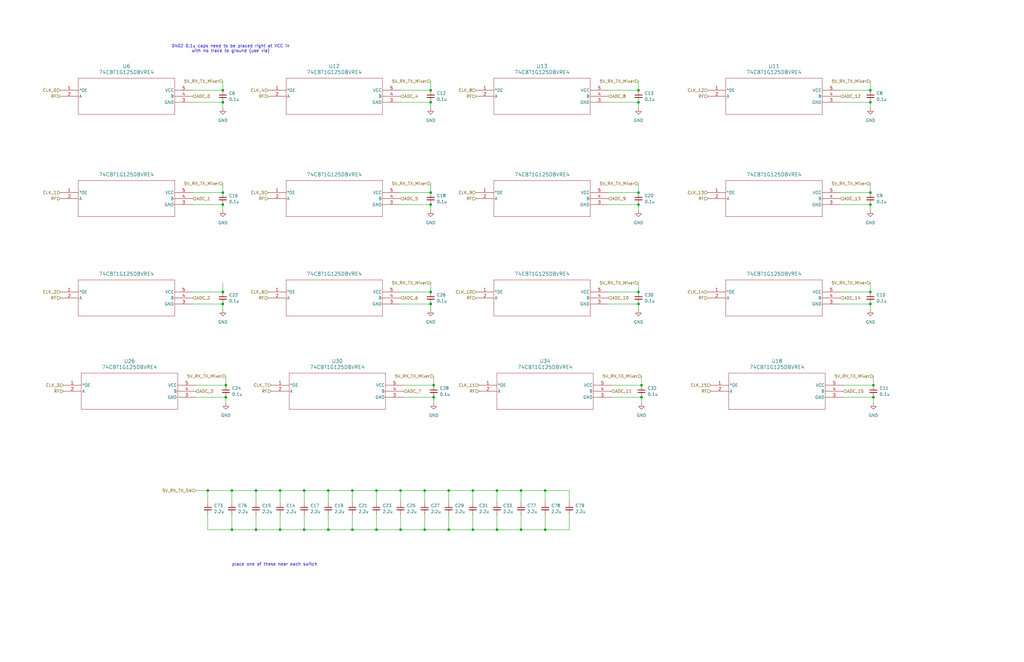
<source format=kicad_sch>
(kicad_sch (version 20250114) (generator "eeschema") (generator_version "9.0")
  (paper "B")
  (title_block (title "Rx Mixers") (date "2025-12-31") (rev "0.0") (company "Andy McCann KA3KAF and Doug McCann KA3KAG"))
  (lib_symbols
    (symbol "Device:C_Small" (pin_numbers (hide yes)) (pin_names (offset 0.254) (hide yes))
      (property "Reference" "C" (at 0.254 1.778 0))
      (property "Value" "C_Small" (at 0.254 -2.032 0))
      (symbol "C_Small_0_1"
        (polyline (pts (xy -1.524 0.508) (xy 1.524 0.508)) (stroke (width 0.3048)))
        (polyline (pts (xy -1.524 -0.508) (xy 1.524 -0.508)) (stroke (width 0.3302)))
      )
      (symbol "C_Small_1_1"
        (pin passive line (at 0 2.54 270) (length 2.032) (name "~") (number "1"))
        (pin passive line (at 0 -2.54 90) (length 2.032) (name "~") (number "2"))
      )
    )
    (symbol "SN74CBT1G125:74CBT1G125DBVRE4" (pin_names (offset 0.254))
      (property "Reference" "U" (at 27.94 10.16 0))
      (property "Value" "74CBT1G125DBVRE4" (at 27.94 7.62 0))
      (symbol "74CBT1G125DBVRE4_0_1"
        (polyline (pts (xy 7.62 5.08) (xy 7.62 -10.16)) (stroke (width 0.127)))
        (polyline (pts (xy 7.62 -10.16) (xy 48.26 -10.16)) (stroke (width 0.127)))
        (polyline (pts (xy 48.26 5.08) (xy 7.62 5.08)) (stroke (width 0.127)))
        (polyline (pts (xy 48.26 -10.16) (xy 48.26 5.08)) (stroke (width 0.127)))
        (pin input line (at 0 0 0) (length 7.62) (name "*OE") (number "1"))
        (pin input line (at 0 -2.54 0) (length 7.62) (name "A") (number "2"))
        (pin power_in line (at 55.88 0 180) (length 7.62) (name "VCC") (number "5"))
        (pin input line (at 55.88 -2.54 180) (length 7.62) (name "B") (number "4"))
        (pin power_in line (at 55.88 -5.08 180) (length 7.62) (name "GND") (number "3"))
      )
    )
    (symbol "power:GND" (power) (pin_numbers (hide yes)) (pin_names (offset 0) (hide yes))
      (property "Value" "GND" (at 0 -3.81 0))
      (symbol "GND_0_1"
        (polyline (pts (xy 0 0) (xy 0 -1.27) (xy 1.27 -1.27) (xy 0 -2.54) (xy -1.27 -1.27) (xy 0 -1.27)))
      )
      (symbol "GND_1_1"
        (pin power_in line (at 0 0 270) (length 0) (name "~") (number "1"))
      )
    )
  )
  (text "place one of these near each switch" (at 115.824 238.252 0) (effects (font (size 1.27 1.27))))
  (text "0402 0.1u caps need to be placed right at VCC in\nwith no trace to ground (use via)" (at 97.282 20.574 0) (effects (font (size 1.27 1.27))))
  (junction (at 93.98 128.27))
  (junction (at 168.91 223.52))
  (junction (at 269.24 43.18))
  (junction (at 368.3 162.56))
  (junction (at 97.79 207.01))
  (junction (at 181.61 86.36))
  (junction (at 158.75 223.52))
  (junction (at 168.91 207.01))
  (junction (at 87.63 207.01))
  (junction (at 118.11 207.01))
  (junction (at 107.95 223.52))
  (junction (at 128.27 223.52))
  (junction (at 181.61 38.1))
  (junction (at 158.75 207.01))
  (junction (at 107.95 207.01))
  (junction (at 219.71 223.52))
  (junction (at 367.03 128.27))
  (junction (at 270.51 162.56))
  (junction (at 95.25 167.64))
  (junction (at 189.23 223.52))
  (junction (at 148.59 223.52))
  (junction (at 229.87 207.01))
  (junction (at 269.24 123.19))
  (junction (at 179.07 207.01))
  (junction (at 181.61 43.18))
  (junction (at 270.51 167.64))
  (junction (at 367.03 123.19))
  (junction (at 189.23 207.01))
  (junction (at 93.98 43.18))
  (junction (at 269.24 128.27))
  (junction (at 93.98 38.1))
  (junction (at 181.61 128.27))
  (junction (at 182.88 162.56))
  (junction (at 199.39 207.01))
  (junction (at 209.55 207.01))
  (junction (at 209.55 223.52))
  (junction (at 93.98 123.19))
  (junction (at 199.39 223.52))
  (junction (at 118.11 223.52))
  (junction (at 93.98 86.36))
  (junction (at 148.59 207.01))
  (junction (at 368.3 167.64))
  (junction (at 93.98 81.28))
  (junction (at 179.07 223.52))
  (junction (at 367.03 81.28))
  (junction (at 269.24 38.1))
  (junction (at 138.43 207.01))
  (junction (at 128.27 207.01))
  (junction (at 138.43 223.52))
  (junction (at 219.71 207.01))
  (junction (at 181.61 123.19))
  (junction (at 97.79 223.52))
  (junction (at 269.24 81.28))
  (junction (at 367.03 86.36))
  (junction (at 269.24 86.36))
  (junction (at 229.87 223.52))
  (junction (at 182.88 167.64))
  (junction (at 367.03 43.18))
  (junction (at 367.03 38.1))
  (junction (at 181.61 81.28))
  (junction (at 95.25 162.56))
  (wire (pts (xy 209.55 217.17) (xy 209.55 223.52)))
  (wire (pts (xy 199.39 207.01) (xy 199.39 212.09)))
  (wire (pts (xy 93.98 38.1) (xy 93.98 34.29)))
  (wire (pts (xy 269.24 38.1) (xy 269.24 34.29)))
  (wire (pts (xy 367.03 123.19) (xy 367.03 119.38)))
  (wire (pts (xy 189.23 217.17) (xy 189.23 223.52)))
  (wire (pts (xy 81.28 43.18) (xy 93.98 43.18)))
  (wire (pts (xy 81.28 123.19) (xy 93.98 123.19)))
  (wire (pts (xy 87.63 223.52) (xy 97.79 223.52)))
  (wire (pts (xy 219.71 207.01) (xy 219.71 212.09)))
  (wire (pts (xy 118.11 207.01) (xy 128.27 207.01)))
  (wire (pts (xy 93.98 123.19) (xy 93.98 119.38)))
  (wire (pts (xy 128.27 207.01) (xy 128.27 212.09)))
  (wire (pts (xy 199.39 217.17) (xy 199.39 223.52)))
  (wire (pts (xy 219.71 223.52) (xy 229.87 223.52)))
  (wire (pts (xy 368.3 167.64) (xy 368.3 170.18)))
  (wire (pts (xy 367.03 81.28) (xy 367.03 77.47)))
  (wire (pts (xy 256.54 123.19) (xy 269.24 123.19)))
  (wire (pts (xy 355.6 162.56) (xy 368.3 162.56)))
  (wire (pts (xy 168.91 38.1) (xy 181.61 38.1)))
  (wire (pts (xy 240.03 217.17) (xy 240.03 223.52)))
  (wire (pts (xy 148.59 207.01) (xy 158.75 207.01)))
  (wire (pts (xy 168.91 81.28) (xy 181.61 81.28)))
  (wire (pts (xy 368.3 162.56) (xy 368.3 158.75)))
  (wire (pts (xy 179.07 207.01) (xy 179.07 212.09)))
  (wire (pts (xy 182.88 167.64) (xy 182.88 170.18)))
  (wire (pts (xy 270.51 167.64) (xy 270.51 170.18)))
  (wire (pts (xy 148.59 217.17) (xy 148.59 223.52)))
  (wire (pts (xy 269.24 43.18) (xy 269.24 45.72)))
  (wire (pts (xy 82.55 167.64) (xy 95.25 167.64)))
  (wire (pts (xy 189.23 223.52) (xy 199.39 223.52)))
  (wire (pts (xy 257.81 167.64) (xy 270.51 167.64)))
  (wire (pts (xy 107.95 223.52) (xy 118.11 223.52)))
  (wire (pts (xy 97.79 207.01) (xy 107.95 207.01)))
  (wire (pts (xy 93.98 128.27) (xy 93.98 130.81)))
  (wire (pts (xy 209.55 223.52) (xy 219.71 223.52)))
  (wire (pts (xy 367.03 128.27) (xy 367.03 130.81)))
  (wire (pts (xy 128.27 207.01) (xy 138.43 207.01)))
  (wire (pts (xy 158.75 207.01) (xy 168.91 207.01)))
  (wire (pts (xy 158.75 223.52) (xy 168.91 223.52)))
  (wire (pts (xy 354.33 43.18) (xy 367.03 43.18)))
  (wire (pts (xy 138.43 223.52) (xy 148.59 223.52)))
  (wire (pts (xy 269.24 128.27) (xy 269.24 130.81)))
  (wire (pts (xy 168.91 128.27) (xy 181.61 128.27)))
  (wire (pts (xy 87.63 207.01) (xy 87.63 212.09)))
  (wire (pts (xy 256.54 43.18) (xy 269.24 43.18)))
  (wire (pts (xy 97.79 217.17) (xy 97.79 223.52)))
  (wire (pts (xy 138.43 217.17) (xy 138.43 223.52)))
  (wire (pts (xy 179.07 207.01) (xy 189.23 207.01)))
  (wire (pts (xy 229.87 223.52) (xy 240.03 223.52)))
  (wire (pts (xy 219.71 207.01) (xy 229.87 207.01)))
  (wire (pts (xy 229.87 217.17) (xy 229.87 223.52)))
  (wire (pts (xy 199.39 223.52) (xy 209.55 223.52)))
  (wire (pts (xy 97.79 207.01) (xy 97.79 212.09)))
  (wire (pts (xy 118.11 207.01) (xy 118.11 212.09)))
  (wire (pts (xy 367.03 38.1) (xy 367.03 34.29)))
  (wire (pts (xy 181.61 43.18) (xy 181.61 45.72)))
  (wire (pts (xy 354.33 123.19) (xy 367.03 123.19)))
  (wire (pts (xy 209.55 207.01) (xy 209.55 212.09)))
  (wire (pts (xy 87.63 207.01) (xy 97.79 207.01)))
  (wire (pts (xy 87.63 217.17) (xy 87.63 223.52)))
  (wire (pts (xy 181.61 81.28) (xy 181.61 77.47)))
  (wire (pts (xy 93.98 86.36) (xy 93.98 88.9)))
  (wire (pts (xy 256.54 128.27) (xy 269.24 128.27)))
  (wire (pts (xy 181.61 123.19) (xy 181.61 119.38)))
  (wire (pts (xy 209.55 207.01) (xy 219.71 207.01)))
  (wire (pts (xy 93.98 81.28) (xy 93.98 77.47)))
  (wire (pts (xy 354.33 81.28) (xy 367.03 81.28)))
  (wire (pts (xy 269.24 86.36) (xy 269.24 88.9)))
  (wire (pts (xy 107.95 217.17) (xy 107.95 223.52)))
  (wire (pts (xy 270.51 162.56) (xy 270.51 158.75)))
  (wire (pts (xy 257.81 162.56) (xy 270.51 162.56)))
  (wire (pts (xy 118.11 217.17) (xy 118.11 223.52)))
  (wire (pts (xy 168.91 86.36) (xy 181.61 86.36)))
  (wire (pts (xy 354.33 38.1) (xy 367.03 38.1)))
  (wire (pts (xy 128.27 223.52) (xy 138.43 223.52)))
  (wire (pts (xy 138.43 207.01) (xy 138.43 212.09)))
  (wire (pts (xy 148.59 223.52) (xy 158.75 223.52)))
  (wire (pts (xy 199.39 207.01) (xy 209.55 207.01)))
  (wire (pts (xy 107.95 207.01) (xy 107.95 212.09)))
  (wire (pts (xy 170.18 167.64) (xy 182.88 167.64)))
  (wire (pts (xy 367.03 43.18) (xy 367.03 45.72)))
  (wire (pts (xy 168.91 207.01) (xy 179.07 207.01)))
  (wire (pts (xy 181.61 86.36) (xy 181.61 88.9)))
  (wire (pts (xy 219.71 217.17) (xy 219.71 223.52)))
  (wire (pts (xy 189.23 207.01) (xy 199.39 207.01)))
  (wire (pts (xy 118.11 223.52) (xy 128.27 223.52)))
  (wire (pts (xy 81.28 128.27) (xy 93.98 128.27)))
  (wire (pts (xy 168.91 217.17) (xy 168.91 223.52)))
  (wire (pts (xy 138.43 207.01) (xy 148.59 207.01)))
  (wire (pts (xy 148.59 207.01) (xy 148.59 212.09)))
  (wire (pts (xy 168.91 123.19) (xy 181.61 123.19)))
  (wire (pts (xy 95.25 167.64) (xy 95.25 170.18)))
  (wire (pts (xy 82.55 207.01) (xy 87.63 207.01)))
  (wire (pts (xy 107.95 207.01) (xy 118.11 207.01)))
  (wire (pts (xy 189.23 207.01) (xy 189.23 212.09)))
  (wire (pts (xy 81.28 38.1) (xy 93.98 38.1)))
  (wire (pts (xy 95.25 162.56) (xy 95.25 158.75)))
  (wire (pts (xy 168.91 223.52) (xy 179.07 223.52)))
  (wire (pts (xy 229.87 207.01) (xy 229.87 212.09)))
  (wire (pts (xy 269.24 81.28) (xy 269.24 77.47)))
  (wire (pts (xy 158.75 217.17) (xy 158.75 223.52)))
  (wire (pts (xy 256.54 81.28) (xy 269.24 81.28)))
  (wire (pts (xy 367.03 86.36) (xy 367.03 88.9)))
  (wire (pts (xy 128.27 217.17) (xy 128.27 223.52)))
  (wire (pts (xy 269.24 123.19) (xy 269.24 119.38)))
  (wire (pts (xy 256.54 38.1) (xy 269.24 38.1)))
  (wire (pts (xy 354.33 86.36) (xy 367.03 86.36)))
  (wire (pts (xy 158.75 207.01) (xy 158.75 212.09)))
  (wire (pts (xy 181.61 128.27) (xy 181.61 130.81)))
  (wire (pts (xy 179.07 223.52) (xy 189.23 223.52)))
  (wire (pts (xy 181.61 38.1) (xy 181.61 34.29)))
  (wire (pts (xy 182.88 162.56) (xy 182.88 158.75)))
  (wire (pts (xy 229.87 207.01) (xy 240.03 207.01)))
  (wire (pts (xy 256.54 86.36) (xy 269.24 86.36)))
  (wire (pts (xy 93.98 43.18) (xy 93.98 45.72)))
  (wire (pts (xy 240.03 207.01) (xy 240.03 212.09)))
  (wire (pts (xy 170.18 162.56) (xy 182.88 162.56)))
  (wire (pts (xy 168.91 207.01) (xy 168.91 212.09)))
  (wire (pts (xy 81.28 81.28) (xy 93.98 81.28)))
  (wire (pts (xy 179.07 217.17) (xy 179.07 223.52)))
  (wire (pts (xy 168.91 43.18) (xy 181.61 43.18)))
  (wire (pts (xy 81.28 86.36) (xy 93.98 86.36)))
  (wire (pts (xy 354.33 128.27) (xy 367.03 128.27)))
  (wire (pts (xy 355.6 167.64) (xy 368.3 167.64)))
  (wire (pts (xy 97.79 223.52) (xy 107.95 223.52)))
  (wire (pts (xy 82.55 162.56) (xy 95.25 162.56)))
  (hierarchical_label "RF" (shape input) (at 113.03 40.64 180))
  (hierarchical_label "ADC_15" (shape input) (at 355.6 165.1 0))
  (hierarchical_label "ADC_0" (shape input) (at 81.28 40.64 0))
  (hierarchical_label "RF" (shape input) (at 298.45 83.82 180))
  (hierarchical_label "5V_RX_TX_Mixer" (shape input) (at 269.24 119.38 180))
  (hierarchical_label "RF" (shape input) (at 298.45 125.73 180))
  (hierarchical_label "CLK_14" (shape input) (at 298.45 123.19 180))
  (hierarchical_label "5V_RX_TX_Mixer" (shape input) (at 368.3 158.75 180))
  (hierarchical_label "CLK_1" (shape input) (at 25.4 81.28 180))
  (hierarchical_label "ADC_9" (shape input) (at 256.54 83.82 0))
  (hierarchical_label "RF" (shape input) (at 299.72 165.1 180))
  (hierarchical_label "CLK_7" (shape input) (at 114.3 162.56 180))
  (hierarchical_label "ADC_2" (shape input) (at 81.28 125.73 0))
  (hierarchical_label "CLK_4" (shape input) (at 113.03 38.1 180))
  (hierarchical_label "ADC_3" (shape input) (at 82.55 165.1 0))
  (hierarchical_label "5V_RX_TX_Mixer" (shape input) (at 181.61 77.47 180))
  (hierarchical_label "CLK_0" (shape input) (at 25.4 38.1 180))
  (hierarchical_label "RF" (shape input) (at 200.66 40.64 180))
  (hierarchical_label "ADC_4" (shape input) (at 168.91 40.64 0))
  (hierarchical_label "RF" (shape input) (at 298.45 40.64 180))
  (hierarchical_label "RF" (shape input) (at 200.66 83.82 180))
  (hierarchical_label "RF" (shape input) (at 25.4 40.64 180))
  (hierarchical_label "CLK_9" (shape input) (at 200.66 81.28 180))
  (hierarchical_label "CLK_5" (shape input) (at 113.03 81.28 180))
  (hierarchical_label "5V_RX_TX_SW" (shape input) (at 82.55 207.01 180))
  (hierarchical_label "5V_RX_TX_Mixer" (shape input) (at 93.98 77.47 180))
  (hierarchical_label "RF" (shape input) (at 25.4 83.82 180))
  (hierarchical_label "5V_RX_TX_Mixer" (shape input) (at 269.24 77.47 180))
  (hierarchical_label "ADC_1" (shape input) (at 81.28 83.82 0))
  (hierarchical_label "RF" (shape input) (at 114.3 165.1 180))
  (hierarchical_label "RF" (shape input) (at 113.03 83.82 180))
  (hierarchical_label "RF" (shape input) (at 113.03 125.73 180))
  (hierarchical_label "CLK_11" (shape input) (at 201.93 162.56 180))
  (hierarchical_label "5V_RX_TX_Mixer" (shape input) (at 181.61 34.29 180))
  (hierarchical_label "CLK_8" (shape input) (at 200.66 38.1 180))
  (hierarchical_label "5V_RX_TX_Mixer" (shape input) (at 367.03 77.47 180))
  (hierarchical_label "5V_RX_TX_Mixer" (shape input) (at 367.03 34.29 180))
  (hierarchical_label "RF" (shape input) (at 201.93 165.1 180))
  (hierarchical_label "CLK_15" (shape input) (at 299.72 162.56 180))
  (hierarchical_label "CLK_12" (shape input) (at 298.45 38.1 180))
  (hierarchical_label "5V_RX_TX_Mixer" (shape input) (at 181.61 119.38 180))
  (hierarchical_label "CLK_6" (shape input) (at 113.03 123.19 180))
  (hierarchical_label "CLK_3" (shape input) (at 26.67 162.56 180))
  (hierarchical_label "ADC_10" (shape input) (at 256.54 125.73 0))
  (hierarchical_label "5V_RX_TX_Mixer" (shape input) (at 270.51 158.75 180))
  (hierarchical_label "5V_RX_TX_Mixer" (shape input) (at 367.03 119.38 180))
  (hierarchical_label "RF" (shape input) (at 25.4 125.73 180))
  (hierarchical_label "ADC_14" (shape input) (at 354.33 125.73 0))
  (hierarchical_label "ADC_12" (shape input) (at 354.33 40.64 0))
  (hierarchical_label "ADC_8" (shape input) (at 256.54 40.64 0))
  (hierarchical_label "RF" (shape input) (at 200.66 125.73 180))
  (hierarchical_label "RF" (shape input) (at 26.67 165.1 180))
  (hierarchical_label "5V_RX_TX_Mixer" (shape input) (at 182.88 158.75 180))
  (hierarchical_label "CLK_10" (shape input) (at 200.66 123.19 180))
  (hierarchical_label "ADC_7" (shape input) (at 170.18 165.1 0))
  (hierarchical_label "5V_RX_TX_Mixer" (shape input) (at 269.24 34.29 180))
  (hierarchical_label "ADC_5" (shape input) (at 168.91 83.82 0))
  (hierarchical_label "ADC_13" (shape input) (at 354.33 83.82 0))
  (hierarchical_label "5V_RX_TX_Mixer" (shape input) (at 93.98 34.29 180))
  (hierarchical_label "CLK_13" (shape input) (at 298.45 81.28 180))
  (hierarchical_label "ADC_11" (shape input) (at 257.81 165.1 0))
  (hierarchical_label "ADC_6" (shape input) (at 168.91 125.73 0))
  (hierarchical_label "CLK_2" (shape input) (at 25.4 123.19 180))
  (hierarchical_label "5V_RX_TX_Mixer" (shape input) (at 95.25 158.75 180))
  (symbol (lib_id "power:GND") (at 367.03 88.9 0) (unit 1)
    (property "Reference" "#PWR012" (effects (hide yes)))
    (property "Value" "GND" (at 367.03 93.98 0))
    (property "Description" "Power symbol creates a global label with name \"GND\" , ground" (effects (hide yes)))
  )
  (symbol (lib_id "Device:C_Small") (at 182.88 165.1 0) (unit 1)
    (property "Reference" "C28" (at 185.42 163.8362 0) (effects (justify left)))
    (property "Value" "0.1u" (at 185.42 166.3762 0) (effects (justify left)))
    (property "Footprint" "Resistor_SMD:R_0402_1005Metric_Pad0.72x0.64mm_HandSolder" (effects (hide yes)))
    (property "Description" "Unpolarized capacitor, small symbol" (effects (hide yes)))
  )
  (symbol (lib_id "Device:C_Small") (at 107.95 214.63 0) (unit 1)
    (property "Reference" "C15" (at 110.49 213.3662 0) (effects (justify left)))
    (property "Value" "2.2u" (at 110.49 215.9062 0) (effects (justify left)))
    (property "Description" "Unpolarized capacitor, small symbol" (effects (hide yes)))
  )
  (symbol (lib_id "Device:C_Small") (at 240.03 214.63 0) (unit 1)
    (property "Reference" "C79" (at 242.57 213.3662 0) (effects (justify left)))
    (property "Value" "2.2u" (at 242.57 215.9062 0) (effects (justify left)))
    (property "Description" "Unpolarized capacitor, small symbol" (effects (hide yes)))
  )
  (symbol (lib_id "SN74CBT1G125:74CBT1G125DBVRE4") (at 26.67 162.56 0) (unit 1)
    (property "Reference" "U26" (at 54.61 152.4 0) (effects (font (size 1.524 1.524))))
    (property "Value" "74CBT1G125DBVRE4" (at 54.61 154.94 0) (effects (font (size 1.524 1.524))))
    (property "Footprint" "DBV5" (effects (hide yes)))
    (property "Datasheet" "https://www.ti.com/lit/gpn/sn74cbt1g125" (effects (hide yes)))
  )
  (symbol (lib_id "Device:C_Small") (at 148.59 214.63 0) (unit 1)
    (property "Reference" "C21" (at 151.13 213.3662 0) (effects (justify left)))
    (property "Value" "2.2u" (at 151.13 215.9062 0) (effects (justify left)))
    (property "Description" "Unpolarized capacitor, small symbol" (effects (hide yes)))
  )
  (symbol (lib_id "SN74CBT1G125:74CBT1G125DBVRE4") (at 201.93 162.56 0) (unit 1)
    (property "Reference" "U34" (at 229.87 152.4 0) (effects (font (size 1.524 1.524))))
    (property "Value" "74CBT1G125DBVRE4" (at 229.87 154.94 0) (effects (font (size 1.524 1.524))))
    (property "Footprint" "DBV5" (effects (hide yes)))
    (property "Datasheet" "https://www.ti.com/lit/gpn/sn74cbt1g125" (effects (hide yes)))
  )
  (symbol (lib_id "Device:C_Small") (at 128.27 214.63 0) (unit 1)
    (property "Reference" "C17" (at 130.81 213.3662 0) (effects (justify left)))
    (property "Value" "2.2u" (at 130.81 215.9062 0) (effects (justify left)))
    (property "Description" "Unpolarized capacitor, small symbol" (effects (hide yes)))
  )
  (symbol (lib_id "power:GND") (at 93.98 130.81 0) (unit 1)
    (property "Reference" "#PWR020" (effects (hide yes)))
    (property "Value" "GND" (at 93.98 135.89 0))
    (property "Description" "Power symbol creates a global label with name \"GND\" , ground" (effects (hide yes)))
  )
  (symbol (lib_id "Device:C_Small") (at 93.98 125.73 0) (unit 1)
    (property "Reference" "C22" (at 96.52 124.4662 0) (effects (justify left)))
    (property "Value" "0.1u" (at 96.52 127.0062 0) (effects (justify left)))
    (property "Footprint" "Resistor_SMD:R_0402_1005Metric_Pad0.72x0.64mm_HandSolder" (effects (hide yes)))
    (property "Description" "Unpolarized capacitor, small symbol" (effects (hide yes)))
  )
  (symbol (lib_id "Device:C_Small") (at 118.11 214.63 0) (unit 1)
    (property "Reference" "C14" (at 120.65 213.3662 0) (effects (justify left)))
    (property "Value" "2.2u" (at 120.65 215.9062 0) (effects (justify left)))
    (property "Description" "Unpolarized capacitor, small symbol" (effects (hide yes)))
  )
  (symbol (lib_id "power:GND") (at 269.24 45.72 0) (unit 1)
    (property "Reference" "#PWR011" (effects (hide yes)))
    (property "Value" "GND" (at 269.24 50.8 0))
    (property "Description" "Power symbol creates a global label with name \"GND\" , ground" (effects (hide yes)))
  )
  (symbol (lib_id "Device:C_Small") (at 189.23 214.63 0) (unit 1)
    (property "Reference" "C29" (at 191.77 213.3662 0) (effects (justify left)))
    (property "Value" "2.2u" (at 191.77 215.9062 0) (effects (justify left)))
    (property "Description" "Unpolarized capacitor, small symbol" (effects (hide yes)))
  )
  (symbol (lib_id "SN74CBT1G125:74CBT1G125DBVRE4") (at 114.3 162.56 0) (unit 1)
    (property "Reference" "U30" (at 142.24 152.4 0) (effects (font (size 1.524 1.524))))
    (property "Value" "74CBT1G125DBVRE4" (at 142.24 154.94 0) (effects (font (size 1.524 1.524))))
    (property "Footprint" "DBV5" (effects (hide yes)))
    (property "Datasheet" "https://www.ti.com/lit/gpn/sn74cbt1g125" (effects (hide yes)))
  )
  (symbol (lib_id "Device:C_Small") (at 97.79 214.63 0) (unit 1)
    (property "Reference" "C76" (at 100.33 213.3662 0) (effects (justify left)))
    (property "Value" "2.2u" (at 100.33 215.9062 0) (effects (justify left)))
    (property "Description" "Unpolarized capacitor, small symbol" (effects (hide yes)))
  )
  (symbol (lib_id "Device:C_Small") (at 168.91 214.63 0) (unit 1)
    (property "Reference" "C25" (at 171.45 213.3662 0) (effects (justify left)))
    (property "Value" "2.2u" (at 171.45 215.9062 0) (effects (justify left)))
    (property "Description" "Unpolarized capacitor, small symbol" (effects (hide yes)))
  )
  (symbol (lib_id "Device:C_Small") (at 269.24 83.82 0) (unit 1)
    (property "Reference" "C20" (at 271.78 82.5562 0) (effects (justify left)))
    (property "Value" "0.1u" (at 271.78 85.0962 0) (effects (justify left)))
    (property "Footprint" "Resistor_SMD:R_0402_1005Metric_Pad0.72x0.64mm_HandSolder" (effects (hide yes)))
    (property "Description" "Unpolarized capacitor, small symbol" (effects (hide yes)))
  )
  (symbol (lib_id "Device:C_Small") (at 367.03 83.82 0) (unit 1)
    (property "Reference" "C9" (at 369.57 82.5562 0) (effects (justify left)))
    (property "Value" "0.1u" (at 369.57 85.0962 0) (effects (justify left)))
    (property "Footprint" "Resistor_SMD:R_0402_1005Metric_Pad0.72x0.64mm_HandSolder" (effects (hide yes)))
    (property "Description" "Unpolarized capacitor, small symbol" (effects (hide yes)))
  )
  (symbol (lib_id "Device:C_Small") (at 367.03 125.73 0) (unit 1)
    (property "Reference" "C10" (at 369.57 124.4662 0) (effects (justify left)))
    (property "Value" "0.1u" (at 369.57 127.0062 0) (effects (justify left)))
    (property "Footprint" "Resistor_SMD:R_0402_1005Metric_Pad0.72x0.64mm_HandSolder" (effects (hide yes)))
    (property "Description" "Unpolarized capacitor, small symbol" (effects (hide yes)))
  )
  (symbol (lib_id "power:GND") (at 181.61 130.81 0) (unit 1)
    (property "Reference" "#PWR024" (effects (hide yes)))
    (property "Value" "GND" (at 181.61 135.89 0))
    (property "Description" "Power symbol creates a global label with name \"GND\" , ground" (effects (hide yes)))
  )
  (symbol (lib_id "Device:C_Small") (at 93.98 40.64 0) (unit 1)
    (property "Reference" "C6" (at 96.52 39.3762 0) (effects (justify left)))
    (property "Value" "0.1u" (at 96.52 41.9162 0) (effects (justify left)))
    (property "Footprint" "Resistor_SMD:R_0402_1005Metric_Pad0.72x0.64mm_HandSolder" (effects (hide yes)))
    (property "Description" "Unpolarized capacitor, small symbol" (effects (hide yes)))
  )
  (symbol (lib_id "SN74CBT1G125:74CBT1G125DBVRE4") (at 25.4 81.28 0) (unit 1)
    (property "Reference" "U17" (effects (hide yes)))
    (property "Value" "74CBT1G125DBVRE4" (at 53.34 73.66 0) (effects (font (size 1.524 1.524))))
    (property "Footprint" "DBV5" (effects (hide yes)))
    (property "Datasheet" "https://www.ti.com/lit/gpn/sn74cbt1g125" (effects (hide yes)))
  )
  (symbol (lib_id "power:GND") (at 269.24 88.9 0) (unit 1)
    (property "Reference" "#PWR018" (effects (hide yes)))
    (property "Value" "GND" (at 269.24 93.98 0))
    (property "Description" "Power symbol creates a global label with name \"GND\" , ground" (effects (hide yes)))
  )
  (symbol (lib_id "SN74CBT1G125:74CBT1G125DBVRE4") (at 298.45 81.28 0) (unit 1)
    (property "Reference" "U14" (effects (hide yes)))
    (property "Value" "74CBT1G125DBVRE4" (at 326.39 73.66 0) (effects (font (size 1.524 1.524))))
    (property "Footprint" "DBV5" (effects (hide yes)))
    (property "Datasheet" "https://www.ti.com/lit/gpn/sn74cbt1g125" (effects (hide yes)))
  )
  (symbol (lib_id "Device:C_Small") (at 93.98 83.82 0) (unit 1)
    (property "Reference" "C16" (at 96.52 82.5562 0) (effects (justify left)))
    (property "Value" "0.1u" (at 96.52 85.0962 0) (effects (justify left)))
    (property "Footprint" "Resistor_SMD:R_0402_1005Metric_Pad0.72x0.64mm_HandSolder" (effects (hide yes)))
    (property "Description" "Unpolarized capacitor, small symbol" (effects (hide yes)))
  )
  (symbol (lib_id "SN74CBT1G125:74CBT1G125DBVRE4") (at 200.66 38.1 0) (unit 1)
    (property "Reference" "U13" (at 228.6 27.94 0) (effects (font (size 1.524 1.524))))
    (property "Value" "74CBT1G125DBVRE4" (at 228.6 30.48 0) (effects (font (size 1.524 1.524))))
    (property "Footprint" "DBV5" (effects (hide yes)))
    (property "Datasheet" "https://www.ti.com/lit/gpn/sn74cbt1g125" (effects (hide yes)))
  )
  (symbol (lib_id "Device:C_Small") (at 87.63 214.63 0) (unit 1)
    (property "Reference" "C73" (at 90.17 213.3662 0) (effects (justify left)))
    (property "Value" "2.2u" (at 90.17 215.9062 0) (effects (justify left)))
    (property "Description" "Unpolarized capacitor, small symbol" (effects (hide yes)))
  )
  (symbol (lib_id "Device:C_Small") (at 199.39 214.63 0) (unit 1)
    (property "Reference" "C31" (at 201.93 213.3662 0) (effects (justify left)))
    (property "Value" "2.2u" (at 201.93 215.9062 0) (effects (justify left)))
    (property "Description" "Unpolarized capacitor, small symbol" (effects (hide yes)))
  )
  (symbol (lib_id "Device:C_Small") (at 219.71 214.63 0) (unit 1)
    (property "Reference" "C77" (at 222.25 213.3662 0) (effects (justify left)))
    (property "Value" "2.2u" (at 222.25 215.9062 0) (effects (justify left)))
    (property "Description" "Unpolarized capacitor, small symbol" (effects (hide yes)))
  )
  (symbol (lib_id "power:GND") (at 367.03 45.72 0) (unit 1)
    (property "Reference" "#PWR09" (effects (hide yes)))
    (property "Value" "GND" (at 367.03 50.8 0))
    (property "Description" "Power symbol creates a global label with name \"GND\" , ground" (effects (hide yes)))
  )
  (symbol (lib_id "Device:C_Small") (at 368.3 165.1 0) (unit 1)
    (property "Reference" "C11" (at 370.84 163.8362 0) (effects (justify left)))
    (property "Value" "0.1u" (at 370.84 166.3762 0) (effects (justify left)))
    (property "Footprint" "Resistor_SMD:R_0402_1005Metric_Pad0.72x0.64mm_HandSolder" (effects (hide yes)))
    (property "Description" "Unpolarized capacitor, small symbol" (effects (hide yes)))
  )
  (symbol (lib_id "SN74CBT1G125:74CBT1G125DBVRE4") (at 299.72 162.56 0) (unit 1)
    (property "Reference" "U18" (at 327.66 152.4 0) (effects (font (size 1.524 1.524))))
    (property "Value" "74CBT1G125DBVRE4" (at 327.66 154.94 0) (effects (font (size 1.524 1.524))))
    (property "Footprint" "DBV5" (effects (hide yes)))
    (property "Datasheet" "https://www.ti.com/lit/gpn/sn74cbt1g125" (effects (hide yes)))
  )
  (symbol (lib_id "power:GND") (at 93.98 88.9 0) (unit 1)
    (property "Reference" "#PWR014" (effects (hide yes)))
    (property "Value" "GND" (at 93.98 93.98 0))
    (property "Description" "Power symbol creates a global label with name \"GND\" , ground" (effects (hide yes)))
  )
  (symbol (lib_id "power:GND") (at 182.88 170.18 0) (unit 1)
    (property "Reference" "#PWR026" (effects (hide yes)))
    (property "Value" "GND" (at 182.88 175.26 0))
    (property "Description" "Power symbol creates a global label with name \"GND\" , ground" (effects (hide yes)))
  )
  (symbol (lib_id "Device:C_Small") (at 367.03 40.64 0) (unit 1)
    (property "Reference" "C8" (at 369.57 39.3762 0) (effects (justify left)))
    (property "Value" "0.1u" (at 369.57 41.9162 0) (effects (justify left)))
    (property "Footprint" "Resistor_SMD:R_0402_1005Metric_Pad0.72x0.64mm_HandSolder" (effects (hide yes)))
    (property "Description" "Unpolarized capacitor, small symbol" (effects (hide yes)))
  )
  (symbol (lib_id "Device:C_Small") (at 95.25 165.1 0) (unit 1)
    (property "Reference" "C24" (at 97.79 163.8362 0) (effects (justify left)))
    (property "Value" "0.1u" (at 97.79 166.3762 0) (effects (justify left)))
    (property "Footprint" "Resistor_SMD:R_0402_1005Metric_Pad0.72x0.64mm_HandSolder" (effects (hide yes)))
    (property "Description" "Unpolarized capacitor, small symbol" (effects (hide yes)))
  )
  (symbol (lib_id "Device:C_Small") (at 269.24 40.64 0) (unit 1)
    (property "Reference" "C13" (at 271.78 39.3762 0) (effects (justify left)))
    (property "Value" "0.1u" (at 271.78 41.9162 0) (effects (justify left)))
    (property "Footprint" "Resistor_SMD:R_0402_1005Metric_Pad0.72x0.64mm_HandSolder" (effects (hide yes)))
    (property "Description" "Unpolarized capacitor, small symbol" (effects (hide yes)))
  )
  (symbol (lib_id "power:GND") (at 269.24 130.81 0) (unit 1)
    (property "Reference" "#PWR028" (effects (hide yes)))
    (property "Value" "GND" (at 269.24 135.89 0))
    (property "Description" "Power symbol creates a global label with name \"GND\" , ground" (effects (hide yes)))
  )
  (symbol (lib_id "Device:C_Small") (at 181.61 83.82 0) (unit 1)
    (property "Reference" "C18" (at 184.15 82.5562 0) (effects (justify left)))
    (property "Value" "0.1u" (at 184.15 85.0962 0) (effects (justify left)))
    (property "Footprint" "Resistor_SMD:R_0402_1005Metric_Pad0.72x0.64mm_HandSolder" (effects (hide yes)))
    (property "Description" "Unpolarized capacitor, small symbol" (effects (hide yes)))
  )
  (symbol (lib_id "power:GND") (at 368.3 170.18 0) (unit 1)
    (property "Reference" "#PWR015" (effects (hide yes)))
    (property "Value" "GND" (at 368.3 175.26 0))
    (property "Description" "Power symbol creates a global label with name \"GND\" , ground" (effects (hide yes)))
  )
  (symbol (lib_id "SN74CBT1G125:74CBT1G125DBVRE4") (at 298.45 38.1 0) (unit 1)
    (property "Reference" "U11" (at 326.39 27.94 0) (effects (font (size 1.524 1.524))))
    (property "Value" "74CBT1G125DBVRE4" (at 326.39 30.48 0) (effects (font (size 1.524 1.524))))
    (property "Footprint" "DBV5" (effects (hide yes)))
    (property "Datasheet" "https://www.ti.com/lit/gpn/sn74cbt1g125" (effects (hide yes)))
  )
  (symbol (lib_id "power:GND") (at 181.61 45.72 0) (unit 1)
    (property "Reference" "#PWR010" (effects (hide yes)))
    (property "Value" "GND" (at 181.61 50.8 0))
    (property "Description" "Power symbol creates a global label with name \"GND\" , ground" (effects (hide yes)))
  )
  (symbol (lib_id "Device:C_Small") (at 179.07 214.63 0) (unit 1)
    (property "Reference" "C27" (at 181.61 213.3662 0) (effects (justify left)))
    (property "Value" "2.2u" (at 181.61 215.9062 0) (effects (justify left)))
    (property "Description" "Unpolarized capacitor, small symbol" (effects (hide yes)))
  )
  (symbol (lib_id "power:GND") (at 93.98 45.72 0) (unit 1)
    (property "Reference" "#PWR01" (effects (hide yes)))
    (property "Value" "GND" (at 93.98 50.8 0))
    (property "Description" "Power symbol creates a global label with name \"GND\" , ground" (effects (hide yes)))
  )
  (symbol (lib_id "SN74CBT1G125:74CBT1G125DBVRE4") (at 113.03 38.1 0) (unit 1)
    (property "Reference" "U12" (at 140.97 27.94 0) (effects (font (size 1.524 1.524))))
    (property "Value" "74CBT1G125DBVRE4" (at 140.97 30.48 0) (effects (font (size 1.524 1.524))))
    (property "Footprint" "DBV5" (effects (hide yes)))
    (property "Datasheet" "https://www.ti.com/lit/gpn/sn74cbt1g125" (effects (hide yes)))
  )
  (symbol (lib_id "SN74CBT1G125:74CBT1G125DBVRE4") (at 298.45 123.19 0) (unit 1)
    (property "Reference" "U16" (effects (hide yes)))
    (property "Value" "74CBT1G125DBVRE4" (at 326.39 115.57 0) (effects (font (size 1.524 1.524))))
    (property "Footprint" "DBV5" (effects (hide yes)))
    (property "Datasheet" "https://www.ti.com/lit/gpn/sn74cbt1g125" (effects (hide yes)))
  )
  (symbol (lib_id "SN74CBT1G125:74CBT1G125DBVRE4") (at 113.03 123.19 0) (unit 1)
    (property "Reference" "U28" (effects (hide yes)))
    (property "Value" "74CBT1G125DBVRE4" (at 140.97 115.57 0) (effects (font (size 1.524 1.524))))
    (property "Footprint" "DBV5" (effects (hide yes)))
    (property "Datasheet" "https://www.ti.com/lit/gpn/sn74cbt1g125" (effects (hide yes)))
  )
  (symbol (lib_id "SN74CBT1G125:74CBT1G125DBVRE4") (at 113.03 81.28 0) (unit 1)
    (property "Reference" "U19" (effects (hide yes)))
    (property "Value" "74CBT1G125DBVRE4" (at 140.97 73.66 0) (effects (font (size 1.524 1.524))))
    (property "Footprint" "DBV5" (effects (hide yes)))
    (property "Datasheet" "https://www.ti.com/lit/gpn/sn74cbt1g125" (effects (hide yes)))
  )
  (symbol (lib_id "power:GND") (at 181.61 88.9 0) (unit 1)
    (property "Reference" "#PWR016" (effects (hide yes)))
    (property "Value" "GND" (at 181.61 93.98 0))
    (property "Description" "Power symbol creates a global label with name \"GND\" , ground" (effects (hide yes)))
  )
  (symbol (lib_id "SN74CBT1G125:74CBT1G125DBVRE4") (at 25.4 38.1 0) (unit 1)
    (property "Reference" "U6" (at 53.34 27.94 0) (effects (font (size 1.524 1.524))))
    (property "Value" "74CBT1G125DBVRE4" (at 53.34 30.48 0) (effects (font (size 1.524 1.524))))
    (property "Footprint" "DBV5" (effects (hide yes)))
    (property "Datasheet" "https://www.ti.com/lit/gpn/sn74cbt1g125" (effects (hide yes)))
  )
  (symbol (lib_id "power:GND") (at 95.25 170.18 0) (unit 1)
    (property "Reference" "#PWR022" (effects (hide yes)))
    (property "Value" "GND" (at 95.25 175.26 0))
    (property "Description" "Power symbol creates a global label with name \"GND\" , ground" (effects (hide yes)))
  )
  (symbol (lib_id "SN74CBT1G125:74CBT1G125DBVRE4") (at 200.66 81.28 0) (unit 1)
    (property "Reference" "U22" (effects (hide yes)))
    (property "Value" "74CBT1G125DBVRE4" (at 228.6 73.66 0) (effects (font (size 1.524 1.524))))
    (property "Footprint" "DBV5" (effects (hide yes)))
    (property "Datasheet" "https://www.ti.com/lit/gpn/sn74cbt1g125" (effects (hide yes)))
  )
  (symbol (lib_id "power:GND") (at 270.51 170.18 0) (unit 1)
    (property "Reference" "#PWR030" (effects (hide yes)))
    (property "Value" "GND" (at 270.51 175.26 0))
    (property "Description" "Power symbol creates a global label with name \"GND\" , ground" (effects (hide yes)))
  )
  (symbol (lib_id "Device:C_Small") (at 181.61 125.73 0) (unit 1)
    (property "Reference" "C26" (at 184.15 124.4662 0) (effects (justify left)))
    (property "Value" "0.1u" (at 184.15 127.0062 0) (effects (justify left)))
    (property "Footprint" "Resistor_SMD:R_0402_1005Metric_Pad0.72x0.64mm_HandSolder" (effects (hide yes)))
    (property "Description" "Unpolarized capacitor, small symbol" (effects (hide yes)))
  )
  (symbol (lib_id "Device:C_Small") (at 269.24 125.73 0) (unit 1)
    (property "Reference" "C30" (at 271.78 124.4662 0) (effects (justify left)))
    (property "Value" "0.1u" (at 271.78 127.0062 0) (effects (justify left)))
    (property "Footprint" "Resistor_SMD:R_0402_1005Metric_Pad0.72x0.64mm_HandSolder" (effects (hide yes)))
    (property "Description" "Unpolarized capacitor, small symbol" (effects (hide yes)))
  )
  (symbol (lib_id "Device:C_Small") (at 209.55 214.63 0) (unit 1)
    (property "Reference" "C33" (at 212.09 213.3662 0) (effects (justify left)))
    (property "Value" "2.2u" (at 212.09 215.9062 0) (effects (justify left)))
    (property "Description" "Unpolarized capacitor, small symbol" (effects (hide yes)))
  )
  (symbol (lib_id "SN74CBT1G125:74CBT1G125DBVRE4") (at 25.4 123.19 0) (unit 1)
    (property "Reference" "U24" (effects (hide yes)))
    (property "Value" "74CBT1G125DBVRE4" (at 53.34 115.57 0) (effects (font (size 1.524 1.524))))
    (property "Footprint" "DBV5" (effects (hide yes)))
    (property "Datasheet" "https://www.ti.com/lit/gpn/sn74cbt1g125" (effects (hide yes)))
  )
  (symbol (lib_id "Device:C_Small") (at 270.51 165.1 0) (unit 1)
    (property "Reference" "C32" (at 273.05 163.8362 0) (effects (justify left)))
    (property "Value" "0.1u" (at 273.05 166.3762 0) (effects (justify left)))
    (property "Footprint" "Resistor_SMD:R_0402_1005Metric_Pad0.72x0.64mm_HandSolder" (effects (hide yes)))
    (property "Description" "Unpolarized capacitor, small symbol" (effects (hide yes)))
  )
  (symbol (lib_id "Device:C_Small") (at 158.75 214.63 0) (unit 1)
    (property "Reference" "C23" (at 161.29 213.3662 0) (effects (justify left)))
    (property "Value" "2.2u" (at 161.29 215.9062 0) (effects (justify left)))
    (property "Description" "Unpolarized capacitor, small symbol" (effects (hide yes)))
  )
  (symbol (lib_id "Device:C_Small") (at 181.61 40.64 0) (unit 1)
    (property "Reference" "C12" (at 184.15 39.3762 0) (effects (justify left)))
    (property "Value" "0.1u" (at 184.15 41.9162 0) (effects (justify left)))
    (property "Footprint" "Resistor_SMD:R_0402_1005Metric_Pad0.72x0.64mm_HandSolder" (effects (hide yes)))
    (property "Description" "Unpolarized capacitor, small symbol" (effects (hide yes)))
  )
  (symbol (lib_id "SN74CBT1G125:74CBT1G125DBVRE4") (at 200.66 123.19 0) (unit 1)
    (property "Reference" "U32" (effects (hide yes)))
    (property "Value" "74CBT1G125DBVRE4" (at 228.6 115.57 0) (effects (font (size 1.524 1.524))))
    (property "Footprint" "DBV5" (effects (hide yes)))
    (property "Datasheet" "https://www.ti.com/lit/gpn/sn74cbt1g125" (effects (hide yes)))
  )
  (symbol (lib_id "Device:C_Small") (at 138.43 214.63 0) (unit 1)
    (property "Reference" "C19" (at 140.97 213.3662 0) (effects (justify left)))
    (property "Value" "2.2u" (at 140.97 215.9062 0) (effects (justify left)))
    (property "Description" "Unpolarized capacitor, small symbol" (effects (hide yes)))
  )
  (symbol (lib_id "power:GND") (at 367.03 130.81 0) (unit 1)
    (property "Reference" "#PWR013" (effects (hide yes)))
    (property "Value" "GND" (at 367.03 135.89 0))
    (property "Description" "Power symbol creates a global label with name \"GND\" , ground" (effects (hide yes)))
  )
  (symbol (lib_id "Device:C_Small") (at 229.87 214.63 0) (unit 1)
    (property "Reference" "C78" (at 232.41 213.3662 0) (effects (justify left)))
    (property "Value" "2.2u" (at 232.41 215.9062 0) (effects (justify left)))
    (property "Description" "Unpolarized capacitor, small symbol" (effects (hide yes)))
  )
)
</source>
